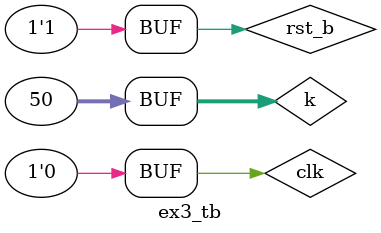
<source format=v>
`include "ex1.v"
`include "ex2.v"

module ORA(input clk, input rst_b, input [3:0] in, output [3:0] out);
  generate
    genvar i;
    for(i=0;i<4;i=i+1) begin : loop
      if(i==0)my_dff ffs(.clk(clk), .set(rst_b), .d(out[3]^in[0]^in[1]^in[2]^in[3]), .q(out[i]));
      else if(i==1)my_dff ffs(.clk(clk), .set(rst_b), .d(out[3]^out[0]), .q(out[i]));
      else my_dff ffs(.clk(clk), .set(rst_b), .d(out[i-1]), .q(out[i]));
    end
  endgenerate
endmodule

module ex3(input clk, input rst_b, output [3:0] out);
  wire [3:0] lfsrOut, dutOut;
  ex2 tpg(.clk(clk), .rst_b(rst_b), .q(lfsrOut));
  ex1 dut(.i(lfsrOut), .o(dutOut));
  ORA oraa(.clk(clk), .rst_b(rst_b), .in(dutOut), .out(out));
  
endmodule

module ex3_tb;
  reg clk, rst_b;
  wire [3:0] out;
  
  ex3 cut(
    .clk(clk),
    .rst_b(rst_b),
    .out(out)
    );
    
    initial begin
      clk=0;
      rst_b=0;
    end
    
    integer k;
    initial begin
      for(k=0;k<50;k=k+1) begin
        #50 clk = ~clk;
      end
    end
    
    initial begin
      #25;
      rst_b=1;
    end
    
  endmodule
</source>
